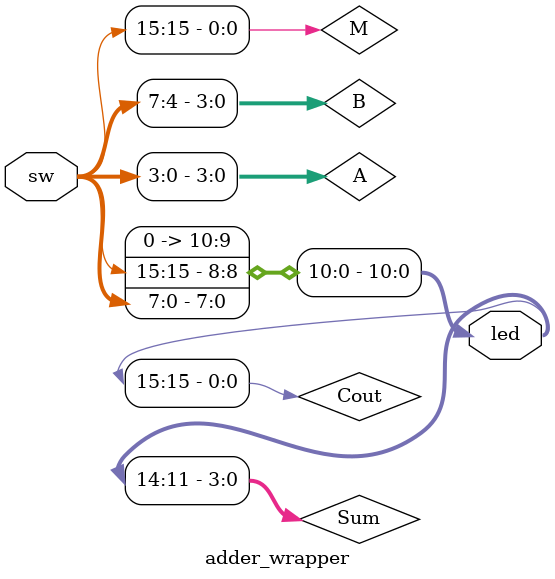
<source format=v>
module adder_wrapper(
    input [15:0] sw,
    output [15:0] led
    );

    // Internal signals
    wire [3:0] A, B;
    wire [3:0] Sum;
    wire       Cout;
    wire       M;

    // Extract inputs from switches
    assign A = sw[3:0];     // First 4-bit number
    assign B = sw[7:4];     // Second 4-bit number
    assign M = sw[15];      // Mode: 0 = add, 1 = subtract

    // Mirror lower 8 switches to lower 8 LEDs for input validation
    assign led[7:0] = sw[7:0];

    // Show mode on LED 8
    assign led[8] = M;

    // Unused LEDs off
    assign led[10:9] = 2'b00;

    // Connect the adder's outputs to the upper LEDs
    assign led[14:11] = Sum;
    assign led[15]    = Cout;

    // TODO: Instantiate your 4-bit rippleadder module here.

endmodule

</source>
